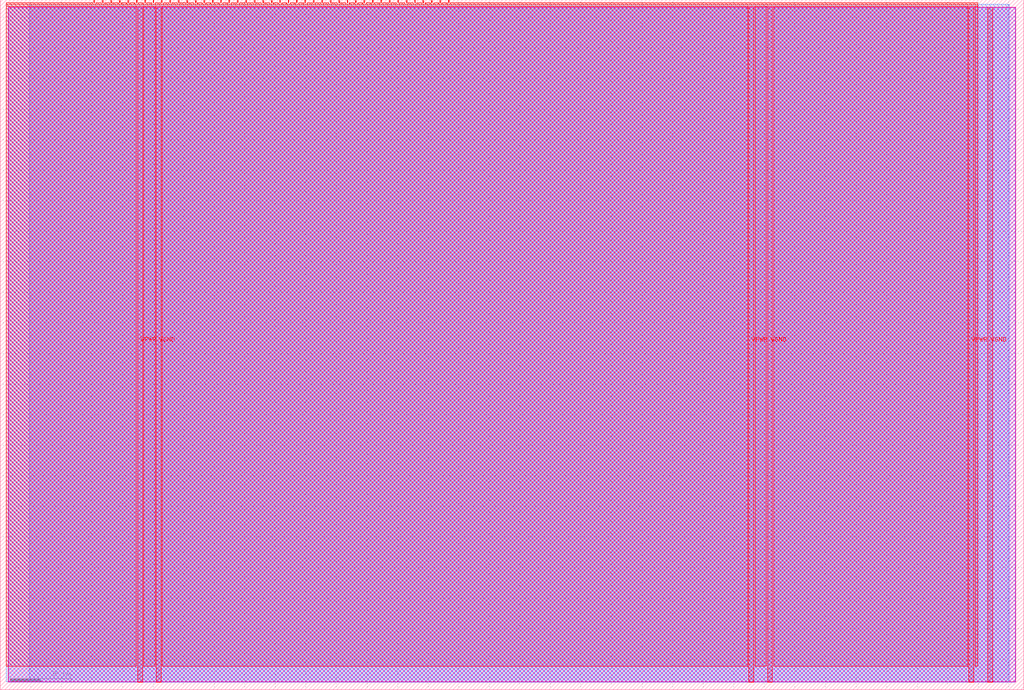
<source format=lef>
VERSION 5.7 ;
  NOWIREEXTENSIONATPIN ON ;
  DIVIDERCHAR "/" ;
  BUSBITCHARS "[]" ;
MACRO tt_um_openram_top
  CLASS BLOCK ;
  FOREIGN tt_um_openram_top ;
  ORIGIN 0.000 0.000 ;
  SIZE 334.880 BY 225.760 ;
  PIN VGND
    DIRECTION INOUT ;
    USE GROUND ;
    PORT
      LAYER met4 ;
        RECT 51.060 2.480 52.660 223.280 ;
    END
    PORT
      LAYER met4 ;
        RECT 251.060 2.480 252.660 223.280 ;
    END
    PORT
      LAYER met4 ;
        RECT 323.060 2.480 324.660 223.280 ;
    END
  END VGND
  PIN VPWR
    DIRECTION INOUT ;
    USE POWER ;
    PORT
      LAYER met4 ;
        RECT 44.960 2.480 46.560 223.280 ;
    END
    PORT
      LAYER met4 ;
        RECT 244.960 2.480 246.560 223.280 ;
    END
    PORT
      LAYER met4 ;
        RECT 316.960 2.480 318.560 223.280 ;
    END
  END VPWR
  PIN clk
    DIRECTION INPUT ;
    USE SIGNAL ;
    PORT
      LAYER met4 ;
        RECT 143.830 224.760 144.130 225.760 ;
    END
  END clk
  PIN ena
    DIRECTION INPUT ;
    USE SIGNAL ;
    PORT
      LAYER met4 ;
        RECT 146.590 224.760 146.890 225.760 ;
    END
  END ena
  PIN rst_n
    DIRECTION INPUT ;
    USE SIGNAL ;
    ANTENNAGATEAREA 0.126000 ;
    PORT
      LAYER met4 ;
        RECT 141.070 224.760 141.370 225.760 ;
    END
  END rst_n
  PIN ui_in[0]
    DIRECTION INPUT ;
    USE SIGNAL ;
    ANTENNAGATEAREA 0.196500 ;
    PORT
      LAYER met4 ;
        RECT 138.310 224.760 138.610 225.760 ;
    END
  END ui_in[0]
  PIN ui_in[1]
    DIRECTION INPUT ;
    USE SIGNAL ;
    ANTENNAGATEAREA 0.126000 ;
    PORT
      LAYER met4 ;
        RECT 135.550 224.760 135.850 225.760 ;
    END
  END ui_in[1]
  PIN ui_in[2]
    DIRECTION INPUT ;
    USE SIGNAL ;
    ANTENNAGATEAREA 0.196500 ;
    PORT
      LAYER met4 ;
        RECT 132.790 224.760 133.090 225.760 ;
    END
  END ui_in[2]
  PIN ui_in[3]
    DIRECTION INPUT ;
    USE SIGNAL ;
    ANTENNAGATEAREA 0.852000 ;
    PORT
      LAYER met4 ;
        RECT 130.030 224.760 130.330 225.760 ;
    END
  END ui_in[3]
  PIN ui_in[4]
    DIRECTION INPUT ;
    USE SIGNAL ;
    ANTENNAGATEAREA 0.852000 ;
    PORT
      LAYER met4 ;
        RECT 127.270 224.760 127.570 225.760 ;
    END
  END ui_in[4]
  PIN ui_in[5]
    DIRECTION INPUT ;
    USE SIGNAL ;
    ANTENNAGATEAREA 0.600000 ;
    PORT
      LAYER met4 ;
        RECT 124.510 224.760 124.810 225.760 ;
    END
  END ui_in[5]
  PIN ui_in[6]
    DIRECTION INPUT ;
    USE SIGNAL ;
    ANTENNAGATEAREA 0.600000 ;
    PORT
      LAYER met4 ;
        RECT 121.750 224.760 122.050 225.760 ;
    END
  END ui_in[6]
  PIN ui_in[7]
    DIRECTION INPUT ;
    USE SIGNAL ;
    PORT
      LAYER met4 ;
        RECT 118.990 224.760 119.290 225.760 ;
    END
  END ui_in[7]
  PIN uio_in[0]
    DIRECTION INPUT ;
    USE SIGNAL ;
    ANTENNAGATEAREA 0.600000 ;
    PORT
      LAYER met4 ;
        RECT 116.230 224.760 116.530 225.760 ;
    END
  END uio_in[0]
  PIN uio_in[1]
    DIRECTION INPUT ;
    USE SIGNAL ;
    ANTENNAGATEAREA 0.600000 ;
    PORT
      LAYER met4 ;
        RECT 113.470 224.760 113.770 225.760 ;
    END
  END uio_in[1]
  PIN uio_in[2]
    DIRECTION INPUT ;
    USE SIGNAL ;
    ANTENNAGATEAREA 0.600000 ;
    PORT
      LAYER met4 ;
        RECT 110.710 224.760 111.010 225.760 ;
    END
  END uio_in[2]
  PIN uio_in[3]
    DIRECTION INPUT ;
    USE SIGNAL ;
    ANTENNAGATEAREA 0.600000 ;
    PORT
      LAYER met4 ;
        RECT 107.950 224.760 108.250 225.760 ;
    END
  END uio_in[3]
  PIN uio_in[4]
    DIRECTION INPUT ;
    USE SIGNAL ;
    PORT
      LAYER met4 ;
        RECT 105.190 224.760 105.490 225.760 ;
    END
  END uio_in[4]
  PIN uio_in[5]
    DIRECTION INPUT ;
    USE SIGNAL ;
    PORT
      LAYER met4 ;
        RECT 102.430 224.760 102.730 225.760 ;
    END
  END uio_in[5]
  PIN uio_in[6]
    DIRECTION INPUT ;
    USE SIGNAL ;
    PORT
      LAYER met4 ;
        RECT 99.670 224.760 99.970 225.760 ;
    END
  END uio_in[6]
  PIN uio_in[7]
    DIRECTION INPUT ;
    USE SIGNAL ;
    PORT
      LAYER met4 ;
        RECT 96.910 224.760 97.210 225.760 ;
    END
  END uio_in[7]
  PIN uio_oe[0]
    DIRECTION OUTPUT ;
    USE SIGNAL ;
    PORT
      LAYER met4 ;
        RECT 49.990 224.760 50.290 225.760 ;
    END
  END uio_oe[0]
  PIN uio_oe[1]
    DIRECTION OUTPUT ;
    USE SIGNAL ;
    PORT
      LAYER met4 ;
        RECT 47.230 224.760 47.530 225.760 ;
    END
  END uio_oe[1]
  PIN uio_oe[2]
    DIRECTION OUTPUT ;
    USE SIGNAL ;
    PORT
      LAYER met4 ;
        RECT 44.470 224.760 44.770 225.760 ;
    END
  END uio_oe[2]
  PIN uio_oe[3]
    DIRECTION OUTPUT ;
    USE SIGNAL ;
    PORT
      LAYER met4 ;
        RECT 41.710 224.760 42.010 225.760 ;
    END
  END uio_oe[3]
  PIN uio_oe[4]
    DIRECTION OUTPUT ;
    USE SIGNAL ;
    PORT
      LAYER met4 ;
        RECT 38.950 224.760 39.250 225.760 ;
    END
  END uio_oe[4]
  PIN uio_oe[5]
    DIRECTION OUTPUT ;
    USE SIGNAL ;
    PORT
      LAYER met4 ;
        RECT 36.190 224.760 36.490 225.760 ;
    END
  END uio_oe[5]
  PIN uio_oe[6]
    DIRECTION OUTPUT ;
    USE SIGNAL ;
    PORT
      LAYER met4 ;
        RECT 33.430 224.760 33.730 225.760 ;
    END
  END uio_oe[6]
  PIN uio_oe[7]
    DIRECTION OUTPUT ;
    USE SIGNAL ;
    PORT
      LAYER met4 ;
        RECT 30.670 224.760 30.970 225.760 ;
    END
  END uio_oe[7]
  PIN uio_out[0]
    DIRECTION OUTPUT ;
    USE SIGNAL ;
    PORT
      LAYER met4 ;
        RECT 72.070 224.760 72.370 225.760 ;
    END
  END uio_out[0]
  PIN uio_out[1]
    DIRECTION OUTPUT ;
    USE SIGNAL ;
    PORT
      LAYER met4 ;
        RECT 69.310 224.760 69.610 225.760 ;
    END
  END uio_out[1]
  PIN uio_out[2]
    DIRECTION OUTPUT ;
    USE SIGNAL ;
    PORT
      LAYER met4 ;
        RECT 66.550 224.760 66.850 225.760 ;
    END
  END uio_out[2]
  PIN uio_out[3]
    DIRECTION OUTPUT ;
    USE SIGNAL ;
    PORT
      LAYER met4 ;
        RECT 63.790 224.760 64.090 225.760 ;
    END
  END uio_out[3]
  PIN uio_out[4]
    DIRECTION OUTPUT ;
    USE SIGNAL ;
    PORT
      LAYER met4 ;
        RECT 61.030 224.760 61.330 225.760 ;
    END
  END uio_out[4]
  PIN uio_out[5]
    DIRECTION OUTPUT ;
    USE SIGNAL ;
    PORT
      LAYER met4 ;
        RECT 58.270 224.760 58.570 225.760 ;
    END
  END uio_out[5]
  PIN uio_out[6]
    DIRECTION OUTPUT ;
    USE SIGNAL ;
    PORT
      LAYER met4 ;
        RECT 55.510 224.760 55.810 225.760 ;
    END
  END uio_out[6]
  PIN uio_out[7]
    DIRECTION OUTPUT ;
    USE SIGNAL ;
    PORT
      LAYER met4 ;
        RECT 52.750 224.760 53.050 225.760 ;
    END
  END uio_out[7]
  PIN uo_out[0]
    DIRECTION OUTPUT ;
    USE SIGNAL ;
    ANTENNADIFFAREA 0.445500 ;
    PORT
      LAYER met4 ;
        RECT 94.150 224.760 94.450 225.760 ;
    END
  END uo_out[0]
  PIN uo_out[1]
    DIRECTION OUTPUT ;
    USE SIGNAL ;
    ANTENNADIFFAREA 0.445500 ;
    PORT
      LAYER met4 ;
        RECT 91.390 224.760 91.690 225.760 ;
    END
  END uo_out[1]
  PIN uo_out[2]
    DIRECTION OUTPUT ;
    USE SIGNAL ;
    PORT
      LAYER met4 ;
        RECT 88.630 224.760 88.930 225.760 ;
    END
  END uo_out[2]
  PIN uo_out[3]
    DIRECTION OUTPUT ;
    USE SIGNAL ;
    PORT
      LAYER met4 ;
        RECT 85.870 224.760 86.170 225.760 ;
    END
  END uo_out[3]
  PIN uo_out[4]
    DIRECTION OUTPUT ;
    USE SIGNAL ;
    PORT
      LAYER met4 ;
        RECT 83.110 224.760 83.410 225.760 ;
    END
  END uo_out[4]
  PIN uo_out[5]
    DIRECTION OUTPUT ;
    USE SIGNAL ;
    PORT
      LAYER met4 ;
        RECT 80.350 224.760 80.650 225.760 ;
    END
  END uo_out[5]
  PIN uo_out[6]
    DIRECTION OUTPUT ;
    USE SIGNAL ;
    PORT
      LAYER met4 ;
        RECT 77.590 224.760 77.890 225.760 ;
    END
  END uo_out[6]
  PIN uo_out[7]
    DIRECTION OUTPUT ;
    USE SIGNAL ;
    PORT
      LAYER met4 ;
        RECT 74.830 224.760 75.130 225.760 ;
    END
  END uo_out[7]
  OBS
      LAYER nwell ;
        RECT 2.570 2.635 332.310 223.230 ;
      LAYER li1 ;
        RECT 2.760 2.635 332.120 223.125 ;
      LAYER met1 ;
        RECT 2.760 2.480 332.120 223.280 ;
      LAYER met2 ;
        RECT 9.480 2.535 330.180 224.245 ;
      LAYER met3 ;
        RECT 2.000 2.555 329.755 224.225 ;
      LAYER met4 ;
        RECT 2.000 224.360 30.270 224.760 ;
        RECT 31.370 224.360 33.030 224.760 ;
        RECT 34.130 224.360 35.790 224.760 ;
        RECT 36.890 224.360 38.550 224.760 ;
        RECT 39.650 224.360 41.310 224.760 ;
        RECT 42.410 224.360 44.070 224.760 ;
        RECT 45.170 224.360 46.830 224.760 ;
        RECT 47.930 224.360 49.590 224.760 ;
        RECT 50.690 224.360 52.350 224.760 ;
        RECT 53.450 224.360 55.110 224.760 ;
        RECT 56.210 224.360 57.870 224.760 ;
        RECT 58.970 224.360 60.630 224.760 ;
        RECT 61.730 224.360 63.390 224.760 ;
        RECT 64.490 224.360 66.150 224.760 ;
        RECT 67.250 224.360 68.910 224.760 ;
        RECT 70.010 224.360 71.670 224.760 ;
        RECT 72.770 224.360 74.430 224.760 ;
        RECT 75.530 224.360 77.190 224.760 ;
        RECT 78.290 224.360 79.950 224.760 ;
        RECT 81.050 224.360 82.710 224.760 ;
        RECT 83.810 224.360 85.470 224.760 ;
        RECT 86.570 224.360 88.230 224.760 ;
        RECT 89.330 224.360 90.990 224.760 ;
        RECT 92.090 224.360 93.750 224.760 ;
        RECT 94.850 224.360 96.510 224.760 ;
        RECT 97.610 224.360 99.270 224.760 ;
        RECT 100.370 224.360 102.030 224.760 ;
        RECT 103.130 224.360 104.790 224.760 ;
        RECT 105.890 224.360 107.550 224.760 ;
        RECT 108.650 224.360 110.310 224.760 ;
        RECT 111.410 224.360 113.070 224.760 ;
        RECT 114.170 224.360 115.830 224.760 ;
        RECT 116.930 224.360 118.590 224.760 ;
        RECT 119.690 224.360 121.350 224.760 ;
        RECT 122.450 224.360 124.110 224.760 ;
        RECT 125.210 224.360 126.870 224.760 ;
        RECT 127.970 224.360 129.630 224.760 ;
        RECT 130.730 224.360 132.390 224.760 ;
        RECT 133.490 224.360 135.150 224.760 ;
        RECT 136.250 224.360 137.910 224.760 ;
        RECT 139.010 224.360 140.670 224.760 ;
        RECT 141.770 224.360 143.430 224.760 ;
        RECT 144.530 224.360 146.190 224.760 ;
        RECT 147.290 224.360 319.865 224.760 ;
        RECT 2.000 223.680 319.865 224.360 ;
        RECT 2.000 7.655 44.560 223.680 ;
        RECT 46.960 7.655 50.660 223.680 ;
        RECT 53.060 7.655 244.560 223.680 ;
        RECT 246.960 7.655 250.660 223.680 ;
        RECT 253.060 7.655 316.560 223.680 ;
        RECT 318.960 7.655 319.865 223.680 ;
  END
END tt_um_openram_top
END LIBRARY


</source>
